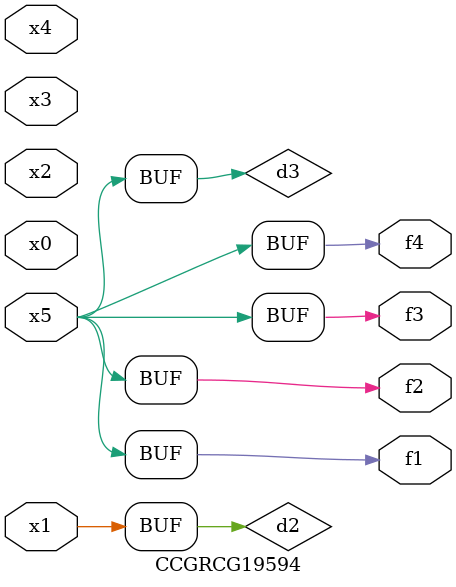
<source format=v>
module CCGRCG19594(
	input x0, x1, x2, x3, x4, x5,
	output f1, f2, f3, f4
);

	wire d1, d2, d3;

	not (d1, x5);
	or (d2, x1);
	xnor (d3, d1);
	assign f1 = d3;
	assign f2 = d3;
	assign f3 = d3;
	assign f4 = d3;
endmodule

</source>
